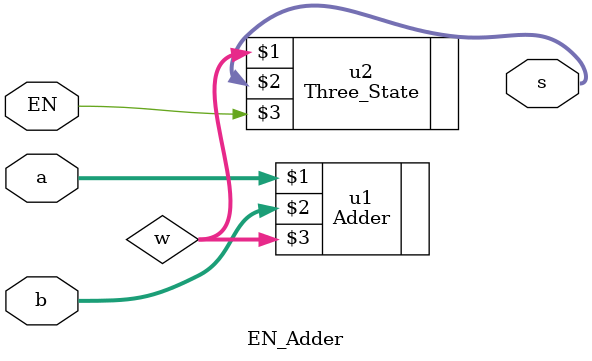
<source format=v>
`include "Adder.v"
`include "Three_State.v"

module EN_Adder(a, b, s, EN);
    input [7:0]a;
    input [7:0]b;
    output [8:0]s;
    input EN;
    wire [8:0]w;

    Adder u1(a, b, w);

    Three_State u2(w, s, EN);
endmodule
</source>
